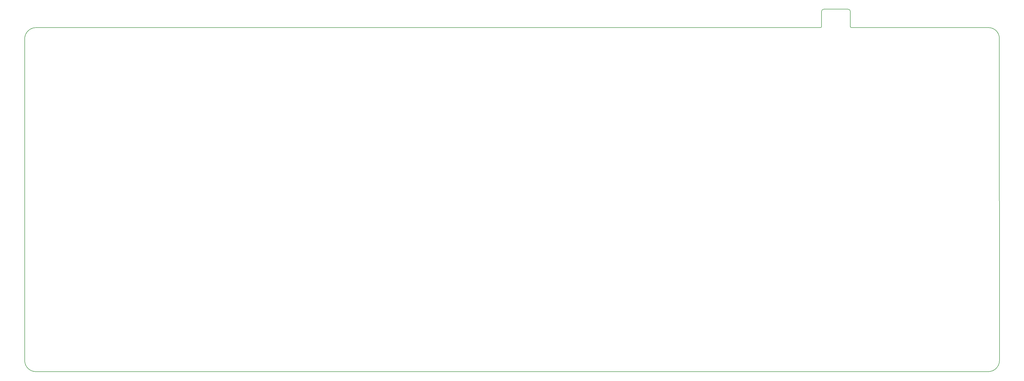
<source format=gm1>
%TF.GenerationSoftware,KiCad,Pcbnew,(6.0.6)*%
%TF.CreationDate,2023-03-05T15:32:32+02:00*%
%TF.ProjectId,UniversalTKL,556e6976-6572-4736-916c-544b4c2e6b69,rev?*%
%TF.SameCoordinates,Original*%
%TF.FileFunction,Profile,NP*%
%FSLAX46Y46*%
G04 Gerber Fmt 4.6, Leading zero omitted, Abs format (unit mm)*
G04 Created by KiCad (PCBNEW (6.0.6)) date 2023-03-05 15:32:32*
%MOMM*%
%LPD*%
G01*
G04 APERTURE LIST*
%TA.AperFunction,Profile*%
%ADD10C,0.200000*%
%TD*%
G04 APERTURE END LIST*
D10*
X313213007Y-25959007D02*
G75*
G03*
X312453007Y-26719000I1393J-761393D01*
G01*
X322613006Y-26718999D02*
X322613006Y-32066999D01*
X312072008Y-32448007D02*
G75*
G03*
X312453007Y-32066999I292J380707D01*
G01*
X322613000Y-26718999D02*
G75*
G03*
X321853006Y-25959000I-761400J-1401D01*
G01*
X313213007Y-25958999D02*
X321853007Y-25958999D01*
X375199980Y-36399999D02*
G75*
G03*
X371240007Y-32447999I-3817680J134599D01*
G01*
X322994006Y-32447999D02*
X371240007Y-32447999D01*
X35328997Y-32448999D02*
X312072008Y-32447999D01*
X371240007Y-153931999D02*
X35240008Y-153931999D01*
X312453008Y-32066999D02*
X312453008Y-26718999D01*
X375200000Y-36400000D02*
X375240008Y-149971499D01*
X371240007Y-153932011D02*
G75*
G03*
X375240008Y-149971499I39493J3960311D01*
G01*
X31240008Y-149971493D02*
X31240009Y-36536999D01*
X35328997Y-32449000D02*
G75*
G03*
X31240009Y-36536999I-88607J-4000360D01*
G01*
X31240003Y-149971493D02*
G75*
G03*
X35240008Y-153931999I3960437J-267D01*
G01*
X322613000Y-32066999D02*
G75*
G03*
X322994006Y-32448000I380700J-301D01*
G01*
M02*

</source>
